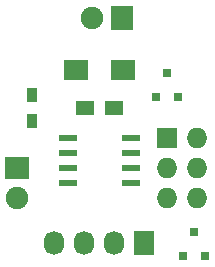
<source format=gbr>
G04 #@! TF.FileFunction,Soldermask,Top*
%FSLAX46Y46*%
G04 Gerber Fmt 4.6, Leading zero omitted, Abs format (unit mm)*
G04 Created by KiCad (PCBNEW 4.0.2-stable) date 5/25/2016 08:06:47*
%MOMM*%
G01*
G04 APERTURE LIST*
%ADD10C,0.100000*%
%ADD11R,1.550000X0.600000*%
%ADD12R,2.000000X1.700000*%
%ADD13R,0.900000X1.200000*%
%ADD14R,1.727200X1.727200*%
%ADD15O,1.727200X1.727200*%
%ADD16R,1.727200X2.032000*%
%ADD17O,1.727200X2.032000*%
%ADD18R,2.000000X1.900000*%
%ADD19C,1.900000*%
%ADD20R,1.900000X2.000000*%
%ADD21R,0.800100X0.800100*%
%ADD22R,1.500000X1.250000*%
G04 APERTURE END LIST*
D10*
D11*
X147160000Y-107315000D03*
X147160000Y-108585000D03*
X147160000Y-109855000D03*
X147160000Y-111125000D03*
X152560000Y-111125000D03*
X152560000Y-109855000D03*
X152560000Y-108585000D03*
X152560000Y-107315000D03*
D12*
X151860000Y-101600000D03*
X147860000Y-101600000D03*
D13*
X144145000Y-105875000D03*
X144145000Y-103675000D03*
D14*
X155575000Y-107315000D03*
D15*
X158115000Y-107315000D03*
X155575000Y-109855000D03*
X158115000Y-109855000D03*
X155575000Y-112395000D03*
X158115000Y-112395000D03*
D16*
X153670000Y-116205000D03*
D17*
X151130000Y-116205000D03*
X148590000Y-116205000D03*
X146050000Y-116205000D03*
D18*
X142875000Y-109855000D03*
D19*
X142875000Y-112395000D03*
D20*
X151765000Y-97155000D03*
D19*
X149225000Y-97155000D03*
D21*
X154625000Y-103870760D03*
X156525000Y-103870760D03*
X155575000Y-101871780D03*
D22*
X148610000Y-104775000D03*
X151110000Y-104775000D03*
D21*
X156936400Y-117332760D03*
X158836400Y-117332760D03*
X157886400Y-115333780D03*
M02*

</source>
